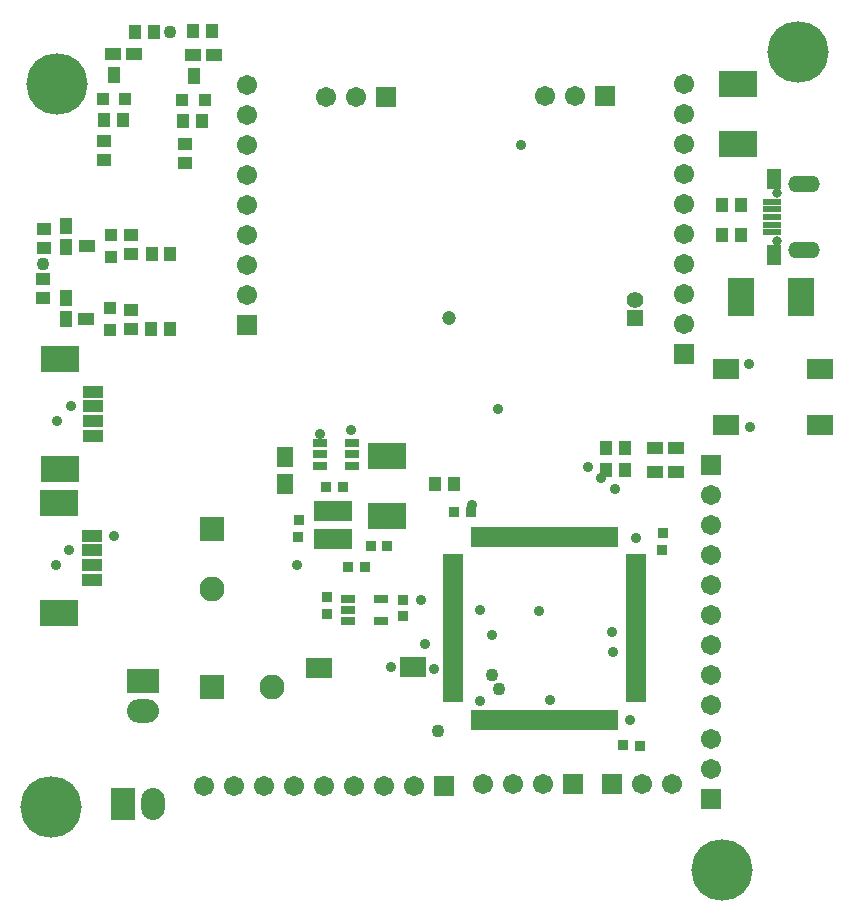
<source format=gts>
G04*
G04 #@! TF.GenerationSoftware,Altium Limited,Altium Designer,20.0.13 (296)*
G04*
G04 Layer_Color=8388736*
%FSLAX44Y44*%
%MOMM*%
G71*
G01*
G75*
%ADD57R,1.0032X1.1682*%
%ADD58R,1.4732X1.1176*%
%ADD59R,1.1176X1.1176*%
%ADD60R,1.1682X1.0032*%
%ADD61R,0.9652X0.9652*%
%ADD62R,1.6782X0.5032*%
%ADD63R,0.5032X1.6782*%
%ADD64R,1.6032X0.6032*%
%ADD65R,1.2032X1.7032*%
%ADD66R,2.2032X3.2032*%
%ADD67R,2.2032X1.7032*%
%ADD68R,1.4732X1.0922*%
%ADD69R,0.9652X0.9652*%
%ADD70R,1.2532X0.8032*%
%ADD71R,3.2032X1.7032*%
%ADD72R,3.2032X2.2032*%
%ADD73R,1.4732X1.7272*%
%ADD74R,1.1176X1.4732*%
%ADD75R,1.1176X1.1176*%
%ADD76R,1.0922X1.4732*%
%ADD77R,1.8032X1.0032*%
%ADD78R,3.2032X2.2032*%
%ADD79R,1.7032X1.7032*%
%ADD80C,1.7032*%
%ADD81R,1.7032X1.7032*%
%ADD82C,0.8032*%
%ADD83O,2.7032X1.4032*%
%ADD84C,2.1032*%
%ADD85R,2.1032X2.1032*%
%ADD86R,2.1032X2.1032*%
%ADD87R,1.4032X1.4032*%
%ADD88C,1.4032*%
%ADD89R,2.7032X2.0032*%
%ADD90O,2.7032X2.0032*%
%ADD91R,2.0032X2.7032*%
%ADD92O,2.0032X2.7032*%
%ADD93C,0.9032*%
%ADD94C,1.1032*%
%ADD95C,1.2032*%
%ADD96C,5.2032*%
D57*
X84330Y404368D02*
D03*
X100330D02*
D03*
X584200Y483870D02*
D03*
X568200D02*
D03*
X469520Y303960D02*
D03*
X485520D02*
D03*
X469520Y285050D02*
D03*
X485520D02*
D03*
X135888Y656590D02*
D03*
X119888D02*
D03*
X71260Y655800D02*
D03*
X87260D02*
D03*
X112010Y580800D02*
D03*
X128010D02*
D03*
X44958Y581660D02*
D03*
X60958D02*
D03*
X325010Y273050D02*
D03*
X341010D02*
D03*
X101090Y467868D02*
D03*
X85090D02*
D03*
X568200Y509270D02*
D03*
X584200D02*
D03*
D58*
X29210Y413258D02*
D03*
X30301Y474878D02*
D03*
D59*
X49530Y422656D02*
D03*
Y403606D02*
D03*
X50621Y465226D02*
D03*
Y484276D02*
D03*
D60*
X-6740Y430550D02*
D03*
Y446550D02*
D03*
X113010Y560800D02*
D03*
Y544800D02*
D03*
X44958Y563370D02*
D03*
X44958Y547370D02*
D03*
X-6350Y473458D02*
D03*
Y489458D02*
D03*
X67310Y483868D02*
D03*
Y467868D02*
D03*
Y420878D02*
D03*
Y404878D02*
D03*
D61*
X246980Y270546D02*
D03*
X233010Y270800D02*
D03*
X341510Y249550D02*
D03*
X355480Y249296D02*
D03*
X498480Y51796D02*
D03*
X484510Y52050D02*
D03*
X284480Y220980D02*
D03*
X270510Y221234D02*
D03*
X265430Y202946D02*
D03*
X251460Y203200D02*
D03*
D62*
X495210Y181130D02*
D03*
Y171130D02*
D03*
Y176130D02*
D03*
X495210Y186130D02*
D03*
X495210Y211130D02*
D03*
Y206130D02*
D03*
Y201130D02*
D03*
Y196130D02*
D03*
Y191130D02*
D03*
Y166130D02*
D03*
Y161130D02*
D03*
X495210Y156130D02*
D03*
Y151130D02*
D03*
Y146130D02*
D03*
X495210Y141130D02*
D03*
Y136130D02*
D03*
Y131130D02*
D03*
Y126130D02*
D03*
Y121130D02*
D03*
X495210Y116130D02*
D03*
X495210Y111130D02*
D03*
Y106130D02*
D03*
Y101130D02*
D03*
Y96130D02*
D03*
Y91130D02*
D03*
X340450D02*
D03*
Y96130D02*
D03*
Y101130D02*
D03*
Y106130D02*
D03*
Y111130D02*
D03*
X340450Y116130D02*
D03*
X340450Y121130D02*
D03*
Y126130D02*
D03*
Y131130D02*
D03*
Y136130D02*
D03*
Y141130D02*
D03*
X340450Y146130D02*
D03*
Y151130D02*
D03*
Y156130D02*
D03*
X340450Y161130D02*
D03*
Y166130D02*
D03*
Y171130D02*
D03*
Y176130D02*
D03*
Y181130D02*
D03*
X340450Y186130D02*
D03*
X340450Y191130D02*
D03*
Y196130D02*
D03*
Y201130D02*
D03*
Y206130D02*
D03*
Y211130D02*
D03*
D63*
X357830Y228510D02*
D03*
X362830D02*
D03*
X367830D02*
D03*
X372830D02*
D03*
X377830D02*
D03*
X382830Y228510D02*
D03*
X387830Y228510D02*
D03*
X392830D02*
D03*
X397830D02*
D03*
X402830D02*
D03*
X407830D02*
D03*
X412830Y228510D02*
D03*
X417830D02*
D03*
X422830D02*
D03*
X427830Y228510D02*
D03*
X432830D02*
D03*
X437830D02*
D03*
X442830D02*
D03*
X447830D02*
D03*
X452830Y228510D02*
D03*
X457830Y228510D02*
D03*
X462830D02*
D03*
X467830D02*
D03*
X472830D02*
D03*
X477830D02*
D03*
Y73750D02*
D03*
X472830D02*
D03*
X467830D02*
D03*
X462830D02*
D03*
X457830D02*
D03*
X452830Y73750D02*
D03*
X447830Y73750D02*
D03*
X442830D02*
D03*
X437830D02*
D03*
X432830D02*
D03*
X427830D02*
D03*
X422830Y73750D02*
D03*
X417830D02*
D03*
X412830D02*
D03*
X407830Y73750D02*
D03*
X402830D02*
D03*
X397830D02*
D03*
X392830D02*
D03*
X387830D02*
D03*
X382830Y73750D02*
D03*
X377830Y73750D02*
D03*
X372830D02*
D03*
X367830D02*
D03*
X362830D02*
D03*
X357830D02*
D03*
D64*
X610814Y505897D02*
D03*
Y499420D02*
D03*
X610814Y492943D02*
D03*
X610814Y486466D02*
D03*
Y512374D02*
D03*
D65*
X612484Y531420D02*
D03*
Y467420D02*
D03*
D66*
X635000Y431800D02*
D03*
X584200D02*
D03*
D67*
X571491Y370812D02*
D03*
X650819Y371012D02*
D03*
X651128Y323120D02*
D03*
X571800Y322920D02*
D03*
X226742Y117910D02*
D03*
X306070Y118110D02*
D03*
D68*
X511250Y283613D02*
D03*
X529030Y283613D02*
D03*
X511250Y303960D02*
D03*
X529030Y303960D02*
D03*
X119887Y636205D02*
D03*
X137667Y636205D02*
D03*
X52578Y637540D02*
D03*
X70358Y637540D02*
D03*
D69*
X517764Y231520D02*
D03*
X517510Y217550D02*
D03*
X297756Y161330D02*
D03*
X298010Y175300D02*
D03*
X233760Y163300D02*
D03*
X234014Y177270D02*
D03*
X209550Y242570D02*
D03*
X209296Y228600D02*
D03*
D70*
X279578Y176049D02*
D03*
Y157049D02*
D03*
X251078D02*
D03*
Y166549D02*
D03*
Y176049D02*
D03*
X228050Y288950D02*
D03*
X228050Y298450D02*
D03*
X228050Y307950D02*
D03*
X254550D02*
D03*
X254550Y298450D02*
D03*
X254550Y288950D02*
D03*
D71*
X238761Y250759D02*
D03*
Y226759D02*
D03*
D72*
X284480Y297180D02*
D03*
Y246380D02*
D03*
X581660Y561340D02*
D03*
Y612140D02*
D03*
D73*
X198010Y295800D02*
D03*
X198010Y272940D02*
D03*
D74*
X120650Y618490D02*
D03*
X53340Y619760D02*
D03*
D75*
X130048Y598170D02*
D03*
X110998D02*
D03*
X62738Y599440D02*
D03*
X43688D02*
D03*
D76*
X12700Y491998D02*
D03*
X12700Y474218D02*
D03*
X12765Y431037D02*
D03*
X12765Y413257D02*
D03*
D77*
X34456Y229708D02*
D03*
Y217208D02*
D03*
X34456Y204708D02*
D03*
X34456Y192208D02*
D03*
X35726Y351628D02*
D03*
X35726Y339128D02*
D03*
Y326628D02*
D03*
Y314128D02*
D03*
D78*
X6350Y257140D02*
D03*
Y164500D02*
D03*
X7620Y379060D02*
D03*
Y286420D02*
D03*
D79*
X558800Y6350D02*
D03*
Y289560D02*
D03*
X536090Y383130D02*
D03*
X166090Y408385D02*
D03*
D80*
X558800Y31750D02*
D03*
Y57150D02*
D03*
X307340Y17780D02*
D03*
X281940D02*
D03*
X256540D02*
D03*
X231140D02*
D03*
X205740D02*
D03*
X180340D02*
D03*
X154940D02*
D03*
X129540D02*
D03*
X558800Y264160D02*
D03*
Y238760D02*
D03*
Y213360D02*
D03*
Y187960D02*
D03*
Y162560D02*
D03*
Y137160D02*
D03*
Y111760D02*
D03*
Y86360D02*
D03*
X500380Y19050D02*
D03*
X525780D02*
D03*
X443230Y601980D02*
D03*
X417830D02*
D03*
X232410Y600710D02*
D03*
X257810D02*
D03*
X536090Y611730D02*
D03*
Y586330D02*
D03*
Y560930D02*
D03*
Y535530D02*
D03*
Y510130D02*
D03*
Y484730D02*
D03*
Y459330D02*
D03*
Y433930D02*
D03*
Y408530D02*
D03*
X166090Y433785D02*
D03*
Y459185D02*
D03*
Y484585D02*
D03*
Y509985D02*
D03*
Y535385D02*
D03*
Y560785D02*
D03*
Y586185D02*
D03*
Y611585D02*
D03*
X365760Y19050D02*
D03*
X391160D02*
D03*
X416560D02*
D03*
D81*
X332740Y17780D02*
D03*
X474980Y19050D02*
D03*
X468630Y601980D02*
D03*
X283210Y600710D02*
D03*
X441960Y19050D02*
D03*
D82*
X614540Y519420D02*
D03*
X614540Y479420D02*
D03*
D83*
X637540Y471170D02*
D03*
Y527670D02*
D03*
D84*
X135890Y184150D02*
D03*
X186690Y101600D02*
D03*
D85*
X135890Y234950D02*
D03*
D86*
Y101600D02*
D03*
D87*
X494030Y414020D02*
D03*
D88*
Y429020D02*
D03*
D89*
X77470Y106680D02*
D03*
D90*
Y81280D02*
D03*
D91*
X60960Y2540D02*
D03*
D92*
X86360D02*
D03*
D93*
X324260Y116300D02*
D03*
X317010Y138050D02*
D03*
X287570Y118110D02*
D03*
X362830Y89480D02*
D03*
X228010Y315800D02*
D03*
X254260Y319050D02*
D03*
X356260Y255300D02*
D03*
X208260Y204800D02*
D03*
X53352Y229708D02*
D03*
X16872Y339128D02*
D03*
X5188Y326628D02*
D03*
X3918Y204708D02*
D03*
X15602Y217208D02*
D03*
X313260Y175300D02*
D03*
X378510Y336550D02*
D03*
X363010Y167050D02*
D03*
X490210Y73750D02*
D03*
X495260Y227550D02*
D03*
X590510Y374800D02*
D03*
X397830Y560730D02*
D03*
X591510Y321800D02*
D03*
X477510Y269300D02*
D03*
X465260Y278800D02*
D03*
X454510Y287714D02*
D03*
X422830Y90730D02*
D03*
X475260Y148050D02*
D03*
X475760Y131300D02*
D03*
X413010Y165800D02*
D03*
X373010Y145800D02*
D03*
D94*
X373260Y111800D02*
D03*
X327760Y64300D02*
D03*
X379010Y99800D02*
D03*
X-6740Y460004D02*
D03*
X100510Y656050D02*
D03*
D95*
X336540Y414020D02*
D03*
D96*
X632460Y638810D02*
D03*
X5080Y612140D02*
D03*
X0Y0D02*
D03*
X568260Y-53700D02*
D03*
M02*

</source>
